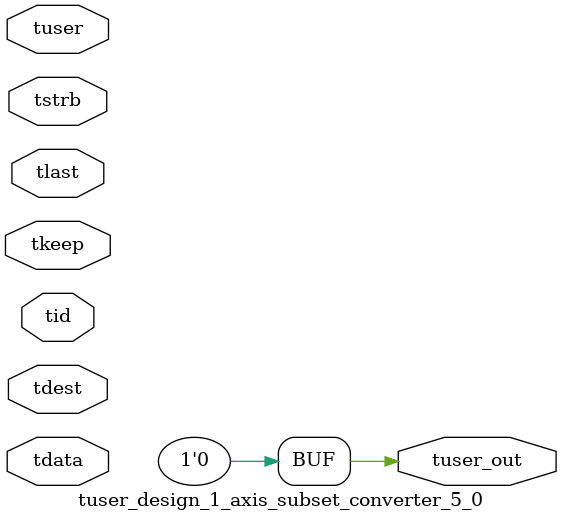
<source format=v>


`timescale 1ps/1ps

module tuser_design_1_axis_subset_converter_5_0 #
(
parameter C_S_AXIS_TUSER_WIDTH = 1,
parameter C_S_AXIS_TDATA_WIDTH = 32,
parameter C_S_AXIS_TID_WIDTH   = 0,
parameter C_S_AXIS_TDEST_WIDTH = 0,
parameter C_M_AXIS_TUSER_WIDTH = 1
)
(
input  [(C_S_AXIS_TUSER_WIDTH == 0 ? 1 : C_S_AXIS_TUSER_WIDTH)-1:0     ] tuser,
input  [(C_S_AXIS_TDATA_WIDTH == 0 ? 1 : C_S_AXIS_TDATA_WIDTH)-1:0     ] tdata,
input  [(C_S_AXIS_TID_WIDTH   == 0 ? 1 : C_S_AXIS_TID_WIDTH)-1:0       ] tid,
input  [(C_S_AXIS_TDEST_WIDTH == 0 ? 1 : C_S_AXIS_TDEST_WIDTH)-1:0     ] tdest,
input  [(C_S_AXIS_TDATA_WIDTH/8)-1:0 ] tkeep,
input  [(C_S_AXIS_TDATA_WIDTH/8)-1:0 ] tstrb,
input                                                                    tlast,
output [C_M_AXIS_TUSER_WIDTH-1:0] tuser_out
);

assign tuser_out = {1'b0};

endmodule


</source>
